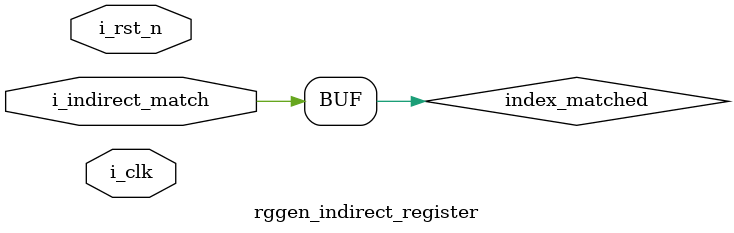
<source format=sv>
module rggen_indirect_register #(
  parameter bit                     READABLE              = 1,
  parameter bit                     WRITABLE              = 1,
  parameter int                     ADDRESS_WIDTH         = 8,
  parameter bit [ADDRESS_WIDTH-1:0] OFFSET_ADDRESS        = '0,
  parameter int                     BUS_WIDTH             = 32,
  parameter int                     DATA_WIDTH            = BUS_WIDTH,
  parameter int                     VALUE_WIDTH           = BUS_WIDTH,
  parameter int                     INDIRECT_MATCH_WIDTH  = 1
)(
  input logic                             i_clk,
  input logic                             i_rst_n,
  rggen_register_if.register              register_if,
  input logic [INDIRECT_MATCH_WIDTH-1:0]  i_indirect_match,
  rggen_bit_field_if.register             bit_field_if
);
  logic index_matched;

  always_comb begin
    index_matched = i_indirect_match == '1;
  end

  rggen_register_common #(
    .READABLE             (READABLE       ),
    .WRITABLE             (WRITABLE       ),
    .ADDRESS_WIDTH        (ADDRESS_WIDTH  ),
    .OFFSET_ADDRESS       (OFFSET_ADDRESS ),
    .BUS_WIDTH            (BUS_WIDTH      ),
    .DATA_WIDTH           (DATA_WIDTH     ),
    .VALUE_WIDTH          (VALUE_WIDTH    ),
    .USE_ADDITIONAL_MATCH (1              )
  ) u_register_common (
    .i_clk              (i_clk          ),
    .i_rst_n            (i_rst_n        ),
    .register_if        (register_if    ),
    .i_additional_match (index_matched  ),
    .bit_field_if       (bit_field_if   )
  );
endmodule

</source>
